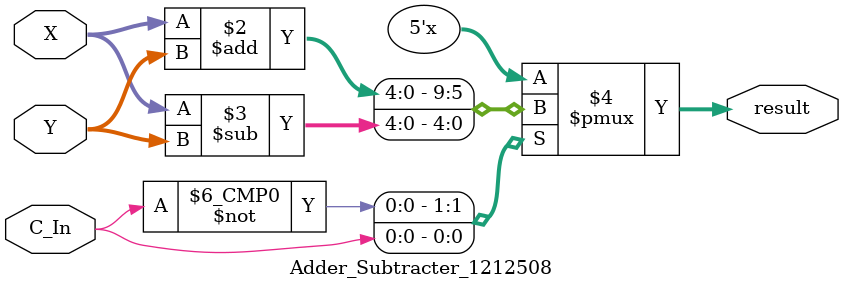
<source format=v>
module Adder_Subtracter_1212508 #(parameter n = 4)(C_In,X,Y,result);
input C_In; //determines if the operation sum or sub.
input signed [n-1:0]X,Y; //inputs of the system.
output reg signed [n:0]result; //

always @(*)
begin
case(C_In)
1'b0 : result = X+Y;
1'b1 : result = X-Y;
endcase
end
endmodule

</source>
